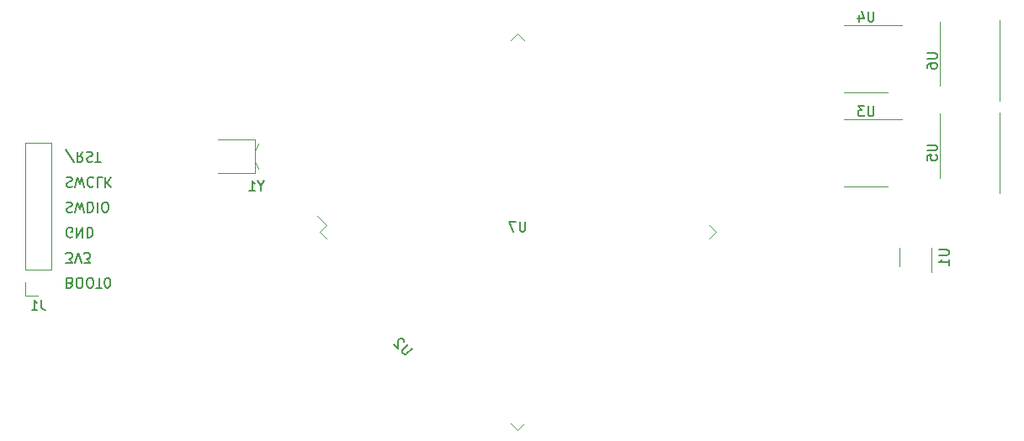
<source format=gbr>
G04 #@! TF.GenerationSoftware,KiCad,Pcbnew,(5.1.9)-1*
G04 #@! TF.CreationDate,2021-06-15T15:58:53-04:00*
G04 #@! TF.ProjectId,SuperVIC-STM32,53757065-7256-4494-932d-53544d33322e,rev?*
G04 #@! TF.SameCoordinates,Original*
G04 #@! TF.FileFunction,Legend,Bot*
G04 #@! TF.FilePolarity,Positive*
%FSLAX46Y46*%
G04 Gerber Fmt 4.6, Leading zero omitted, Abs format (unit mm)*
G04 Created by KiCad (PCBNEW (5.1.9)-1) date 2021-06-15 15:58:53*
%MOMM*%
%LPD*%
G01*
G04 APERTURE LIST*
%ADD10C,0.150000*%
%ADD11C,0.120000*%
G04 APERTURE END LIST*
D10*
X133129880Y-114895238D02*
X132272738Y-113609523D01*
X134034642Y-113847619D02*
X133701309Y-114323809D01*
X133463214Y-113847619D02*
X133463214Y-114847619D01*
X133844166Y-114847619D01*
X133939404Y-114800000D01*
X133987023Y-114752380D01*
X134034642Y-114657142D01*
X134034642Y-114514285D01*
X133987023Y-114419047D01*
X133939404Y-114371428D01*
X133844166Y-114323809D01*
X133463214Y-114323809D01*
X134415595Y-113895238D02*
X134558452Y-113847619D01*
X134796547Y-113847619D01*
X134891785Y-113895238D01*
X134939404Y-113942857D01*
X134987023Y-114038095D01*
X134987023Y-114133333D01*
X134939404Y-114228571D01*
X134891785Y-114276190D01*
X134796547Y-114323809D01*
X134606071Y-114371428D01*
X134510833Y-114419047D01*
X134463214Y-114466666D01*
X134415595Y-114561904D01*
X134415595Y-114657142D01*
X134463214Y-114752380D01*
X134510833Y-114800000D01*
X134606071Y-114847619D01*
X134844166Y-114847619D01*
X134987023Y-114800000D01*
X135272738Y-114847619D02*
X135844166Y-114847619D01*
X135558452Y-113847619D02*
X135558452Y-114847619D01*
X132748928Y-127071428D02*
X132891785Y-127023809D01*
X132939404Y-126976190D01*
X132987023Y-126880952D01*
X132987023Y-126738095D01*
X132939404Y-126642857D01*
X132891785Y-126595238D01*
X132796547Y-126547619D01*
X132415595Y-126547619D01*
X132415595Y-127547619D01*
X132748928Y-127547619D01*
X132844166Y-127500000D01*
X132891785Y-127452380D01*
X132939404Y-127357142D01*
X132939404Y-127261904D01*
X132891785Y-127166666D01*
X132844166Y-127119047D01*
X132748928Y-127071428D01*
X132415595Y-127071428D01*
X133606071Y-127547619D02*
X133796547Y-127547619D01*
X133891785Y-127500000D01*
X133987023Y-127404761D01*
X134034642Y-127214285D01*
X134034642Y-126880952D01*
X133987023Y-126690476D01*
X133891785Y-126595238D01*
X133796547Y-126547619D01*
X133606071Y-126547619D01*
X133510833Y-126595238D01*
X133415595Y-126690476D01*
X133367976Y-126880952D01*
X133367976Y-127214285D01*
X133415595Y-127404761D01*
X133510833Y-127500000D01*
X133606071Y-127547619D01*
X134653690Y-127547619D02*
X134844166Y-127547619D01*
X134939404Y-127500000D01*
X135034642Y-127404761D01*
X135082261Y-127214285D01*
X135082261Y-126880952D01*
X135034642Y-126690476D01*
X134939404Y-126595238D01*
X134844166Y-126547619D01*
X134653690Y-126547619D01*
X134558452Y-126595238D01*
X134463214Y-126690476D01*
X134415595Y-126880952D01*
X134415595Y-127214285D01*
X134463214Y-127404761D01*
X134558452Y-127500000D01*
X134653690Y-127547619D01*
X135367976Y-127547619D02*
X135939404Y-127547619D01*
X135653690Y-126547619D02*
X135653690Y-127547619D01*
X136463214Y-127547619D02*
X136558452Y-127547619D01*
X136653690Y-127500000D01*
X136701309Y-127452380D01*
X136748928Y-127357142D01*
X136796547Y-127166666D01*
X136796547Y-126928571D01*
X136748928Y-126738095D01*
X136701309Y-126642857D01*
X136653690Y-126595238D01*
X136558452Y-126547619D01*
X136463214Y-126547619D01*
X136367976Y-126595238D01*
X136320357Y-126642857D01*
X136272738Y-126738095D01*
X136225119Y-126928571D01*
X136225119Y-127166666D01*
X136272738Y-127357142D01*
X136320357Y-127452380D01*
X136367976Y-127500000D01*
X136463214Y-127547619D01*
X132320357Y-125007619D02*
X132939404Y-125007619D01*
X132606071Y-124626666D01*
X132748928Y-124626666D01*
X132844166Y-124579047D01*
X132891785Y-124531428D01*
X132939404Y-124436190D01*
X132939404Y-124198095D01*
X132891785Y-124102857D01*
X132844166Y-124055238D01*
X132748928Y-124007619D01*
X132463214Y-124007619D01*
X132367976Y-124055238D01*
X132320357Y-124102857D01*
X133225119Y-125007619D02*
X133558452Y-124007619D01*
X133891785Y-125007619D01*
X134129880Y-125007619D02*
X134748928Y-125007619D01*
X134415595Y-124626666D01*
X134558452Y-124626666D01*
X134653690Y-124579047D01*
X134701309Y-124531428D01*
X134748928Y-124436190D01*
X134748928Y-124198095D01*
X134701309Y-124102857D01*
X134653690Y-124055238D01*
X134558452Y-124007619D01*
X134272738Y-124007619D01*
X134177500Y-124055238D01*
X134129880Y-124102857D01*
X132939404Y-122420000D02*
X132844166Y-122467619D01*
X132701309Y-122467619D01*
X132558452Y-122420000D01*
X132463214Y-122324761D01*
X132415595Y-122229523D01*
X132367976Y-122039047D01*
X132367976Y-121896190D01*
X132415595Y-121705714D01*
X132463214Y-121610476D01*
X132558452Y-121515238D01*
X132701309Y-121467619D01*
X132796547Y-121467619D01*
X132939404Y-121515238D01*
X132987023Y-121562857D01*
X132987023Y-121896190D01*
X132796547Y-121896190D01*
X133415595Y-121467619D02*
X133415595Y-122467619D01*
X133987023Y-121467619D01*
X133987023Y-122467619D01*
X134463214Y-121467619D02*
X134463214Y-122467619D01*
X134701309Y-122467619D01*
X134844166Y-122420000D01*
X134939404Y-122324761D01*
X134987023Y-122229523D01*
X135034642Y-122039047D01*
X135034642Y-121896190D01*
X134987023Y-121705714D01*
X134939404Y-121610476D01*
X134844166Y-121515238D01*
X134701309Y-121467619D01*
X134463214Y-121467619D01*
X132367976Y-118975238D02*
X132510833Y-118927619D01*
X132748928Y-118927619D01*
X132844166Y-118975238D01*
X132891785Y-119022857D01*
X132939404Y-119118095D01*
X132939404Y-119213333D01*
X132891785Y-119308571D01*
X132844166Y-119356190D01*
X132748928Y-119403809D01*
X132558452Y-119451428D01*
X132463214Y-119499047D01*
X132415595Y-119546666D01*
X132367976Y-119641904D01*
X132367976Y-119737142D01*
X132415595Y-119832380D01*
X132463214Y-119880000D01*
X132558452Y-119927619D01*
X132796547Y-119927619D01*
X132939404Y-119880000D01*
X133272738Y-119927619D02*
X133510833Y-118927619D01*
X133701309Y-119641904D01*
X133891785Y-118927619D01*
X134129880Y-119927619D01*
X134510833Y-118927619D02*
X134510833Y-119927619D01*
X134748928Y-119927619D01*
X134891785Y-119880000D01*
X134987023Y-119784761D01*
X135034642Y-119689523D01*
X135082261Y-119499047D01*
X135082261Y-119356190D01*
X135034642Y-119165714D01*
X134987023Y-119070476D01*
X134891785Y-118975238D01*
X134748928Y-118927619D01*
X134510833Y-118927619D01*
X135510833Y-118927619D02*
X135510833Y-119927619D01*
X136177500Y-119927619D02*
X136367976Y-119927619D01*
X136463214Y-119880000D01*
X136558452Y-119784761D01*
X136606071Y-119594285D01*
X136606071Y-119260952D01*
X136558452Y-119070476D01*
X136463214Y-118975238D01*
X136367976Y-118927619D01*
X136177500Y-118927619D01*
X136082261Y-118975238D01*
X135987023Y-119070476D01*
X135939404Y-119260952D01*
X135939404Y-119594285D01*
X135987023Y-119784761D01*
X136082261Y-119880000D01*
X136177500Y-119927619D01*
X132367976Y-116435238D02*
X132510833Y-116387619D01*
X132748928Y-116387619D01*
X132844166Y-116435238D01*
X132891785Y-116482857D01*
X132939404Y-116578095D01*
X132939404Y-116673333D01*
X132891785Y-116768571D01*
X132844166Y-116816190D01*
X132748928Y-116863809D01*
X132558452Y-116911428D01*
X132463214Y-116959047D01*
X132415595Y-117006666D01*
X132367976Y-117101904D01*
X132367976Y-117197142D01*
X132415595Y-117292380D01*
X132463214Y-117340000D01*
X132558452Y-117387619D01*
X132796547Y-117387619D01*
X132939404Y-117340000D01*
X133272738Y-117387619D02*
X133510833Y-116387619D01*
X133701309Y-117101904D01*
X133891785Y-116387619D01*
X134129880Y-117387619D01*
X135082261Y-116482857D02*
X135034642Y-116435238D01*
X134891785Y-116387619D01*
X134796547Y-116387619D01*
X134653690Y-116435238D01*
X134558452Y-116530476D01*
X134510833Y-116625714D01*
X134463214Y-116816190D01*
X134463214Y-116959047D01*
X134510833Y-117149523D01*
X134558452Y-117244761D01*
X134653690Y-117340000D01*
X134796547Y-117387619D01*
X134891785Y-117387619D01*
X135034642Y-117340000D01*
X135082261Y-117292380D01*
X135987023Y-116387619D02*
X135510833Y-116387619D01*
X135510833Y-117387619D01*
X136320357Y-116387619D02*
X136320357Y-117387619D01*
X136891785Y-116387619D02*
X136463214Y-116959047D01*
X136891785Y-117387619D02*
X136320357Y-116816190D01*
D11*
X220281500Y-109982000D02*
X220281500Y-116459000D01*
X226250500Y-109855000D02*
X226250500Y-117983000D01*
X220281500Y-100711000D02*
X220281500Y-107188000D01*
X226250500Y-100584000D02*
X226250500Y-108712000D01*
X128210000Y-128330000D02*
X129540000Y-128330000D01*
X128210000Y-127000000D02*
X128210000Y-128330000D01*
X128210000Y-125730000D02*
X130870000Y-125730000D01*
X130870000Y-125730000D02*
X130870000Y-112970000D01*
X128210000Y-125730000D02*
X128210000Y-112970000D01*
X128210000Y-112970000D02*
X130870000Y-112970000D01*
X219415000Y-123560000D02*
X219415000Y-126010000D01*
X216195000Y-125360000D02*
X216195000Y-123560000D01*
X158517198Y-121248249D02*
X157587353Y-120318403D01*
X157845447Y-121920000D02*
X158517198Y-121248249D01*
X158517198Y-122591751D02*
X157845447Y-121920000D01*
X177800000Y-141874553D02*
X178471751Y-141202802D01*
X177128249Y-141202802D02*
X177800000Y-141874553D01*
X177800000Y-101965447D02*
X177128249Y-102637198D01*
X178471751Y-102637198D02*
X177800000Y-101965447D01*
X197754553Y-121920000D02*
X197082802Y-122591751D01*
X197082802Y-121248249D02*
X197754553Y-121920000D01*
X212852000Y-110597500D02*
X216452000Y-110597500D01*
X212852000Y-110597500D02*
X210652000Y-110597500D01*
X212852000Y-117367500D02*
X215052000Y-117367500D01*
X212852000Y-117367500D02*
X210652000Y-117367500D01*
X212852000Y-107842500D02*
X210652000Y-107842500D01*
X212852000Y-107842500D02*
X215052000Y-107842500D01*
X212852000Y-101072500D02*
X210652000Y-101072500D01*
X212852000Y-101072500D02*
X216452000Y-101072500D01*
X147625000Y-116000000D02*
X151325000Y-116000000D01*
X151325000Y-116000000D02*
X151325000Y-112600000D01*
X151325000Y-112600000D02*
X147625000Y-112600000D01*
X151325000Y-114800000D02*
X151725000Y-115570000D01*
X151725000Y-115570000D02*
X151725000Y-115570000D01*
X151325000Y-113800000D02*
X151725000Y-113030000D01*
X151725000Y-113030000D02*
X151725000Y-113030000D01*
D10*
X218971880Y-113157095D02*
X219781404Y-113157095D01*
X219876642Y-113204714D01*
X219924261Y-113252333D01*
X219971880Y-113347571D01*
X219971880Y-113538047D01*
X219924261Y-113633285D01*
X219876642Y-113680904D01*
X219781404Y-113728523D01*
X218971880Y-113728523D01*
X218971880Y-114680904D02*
X218971880Y-114204714D01*
X219448071Y-114157095D01*
X219400452Y-114204714D01*
X219352833Y-114299952D01*
X219352833Y-114538047D01*
X219400452Y-114633285D01*
X219448071Y-114680904D01*
X219543309Y-114728523D01*
X219781404Y-114728523D01*
X219876642Y-114680904D01*
X219924261Y-114633285D01*
X219971880Y-114538047D01*
X219971880Y-114299952D01*
X219924261Y-114204714D01*
X219876642Y-114157095D01*
X218971880Y-103886095D02*
X219781404Y-103886095D01*
X219876642Y-103933714D01*
X219924261Y-103981333D01*
X219971880Y-104076571D01*
X219971880Y-104267047D01*
X219924261Y-104362285D01*
X219876642Y-104409904D01*
X219781404Y-104457523D01*
X218971880Y-104457523D01*
X218971880Y-105362285D02*
X218971880Y-105171809D01*
X219019500Y-105076571D01*
X219067119Y-105028952D01*
X219209976Y-104933714D01*
X219400452Y-104886095D01*
X219781404Y-104886095D01*
X219876642Y-104933714D01*
X219924261Y-104981333D01*
X219971880Y-105076571D01*
X219971880Y-105267047D01*
X219924261Y-105362285D01*
X219876642Y-105409904D01*
X219781404Y-105457523D01*
X219543309Y-105457523D01*
X219448071Y-105409904D01*
X219400452Y-105362285D01*
X219352833Y-105267047D01*
X219352833Y-105076571D01*
X219400452Y-104981333D01*
X219448071Y-104933714D01*
X219543309Y-104886095D01*
X129873333Y-128782380D02*
X129873333Y-129496666D01*
X129920952Y-129639523D01*
X130016190Y-129734761D01*
X130159047Y-129782380D01*
X130254285Y-129782380D01*
X128873333Y-129782380D02*
X129444761Y-129782380D01*
X129159047Y-129782380D02*
X129159047Y-128782380D01*
X129254285Y-128925238D01*
X129349523Y-129020476D01*
X129444761Y-129068095D01*
X220157380Y-123698095D02*
X220966904Y-123698095D01*
X221062142Y-123745714D01*
X221109761Y-123793333D01*
X221157380Y-123888571D01*
X221157380Y-124079047D01*
X221109761Y-124174285D01*
X221062142Y-124221904D01*
X220966904Y-124269523D01*
X220157380Y-124269523D01*
X221157380Y-125269523D02*
X221157380Y-124698095D01*
X221157380Y-124983809D02*
X220157380Y-124983809D01*
X220300238Y-124888571D01*
X220395476Y-124793333D01*
X220443095Y-124698095D01*
X167143564Y-133653931D02*
X166571144Y-134226351D01*
X166470129Y-134260023D01*
X166402785Y-134260023D01*
X166301770Y-134226351D01*
X166167083Y-134091664D01*
X166133411Y-133990649D01*
X166133411Y-133923305D01*
X166167083Y-133822290D01*
X166739503Y-133249870D01*
X166369113Y-133014168D02*
X166369113Y-132946825D01*
X166335442Y-132845809D01*
X166167083Y-132677451D01*
X166066068Y-132643779D01*
X165998724Y-132643779D01*
X165897709Y-132677451D01*
X165830365Y-132744794D01*
X165763022Y-132879481D01*
X165763022Y-133687603D01*
X165325289Y-133249870D01*
X213613904Y-109234880D02*
X213613904Y-110044404D01*
X213566285Y-110139642D01*
X213518666Y-110187261D01*
X213423428Y-110234880D01*
X213232952Y-110234880D01*
X213137714Y-110187261D01*
X213090095Y-110139642D01*
X213042476Y-110044404D01*
X213042476Y-109234880D01*
X212661523Y-109234880D02*
X212042476Y-109234880D01*
X212375809Y-109615833D01*
X212232952Y-109615833D01*
X212137714Y-109663452D01*
X212090095Y-109711071D01*
X212042476Y-109806309D01*
X212042476Y-110044404D01*
X212090095Y-110139642D01*
X212137714Y-110187261D01*
X212232952Y-110234880D01*
X212518666Y-110234880D01*
X212613904Y-110187261D01*
X212661523Y-110139642D01*
X213613904Y-99709880D02*
X213613904Y-100519404D01*
X213566285Y-100614642D01*
X213518666Y-100662261D01*
X213423428Y-100709880D01*
X213232952Y-100709880D01*
X213137714Y-100662261D01*
X213090095Y-100614642D01*
X213042476Y-100519404D01*
X213042476Y-99709880D01*
X212137714Y-100043214D02*
X212137714Y-100709880D01*
X212375809Y-99662261D02*
X212613904Y-100376547D01*
X211994857Y-100376547D01*
X151976190Y-117296190D02*
X151976190Y-117772380D01*
X152309523Y-116772380D02*
X151976190Y-117296190D01*
X151642857Y-116772380D01*
X150785714Y-117772380D02*
X151357142Y-117772380D01*
X151071428Y-117772380D02*
X151071428Y-116772380D01*
X151166666Y-116915238D01*
X151261904Y-117010476D01*
X151357142Y-117058095D01*
X178561904Y-120872380D02*
X178561904Y-121681904D01*
X178514285Y-121777142D01*
X178466666Y-121824761D01*
X178371428Y-121872380D01*
X178180952Y-121872380D01*
X178085714Y-121824761D01*
X178038095Y-121777142D01*
X177990476Y-121681904D01*
X177990476Y-120872380D01*
X177609523Y-120872380D02*
X176942857Y-120872380D01*
X177371428Y-121872380D01*
M02*

</source>
